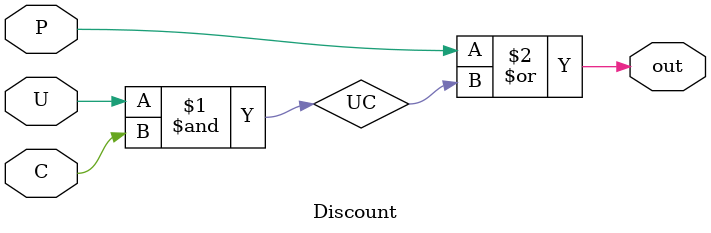
<source format=sv>
module Discount(out, U, P, C);
	output logic out;
	input logic U, P, C;
	logic UC;
	
	and G1 (UC, U, C);
	or G2 (out, P, UC);
endmodule

</source>
